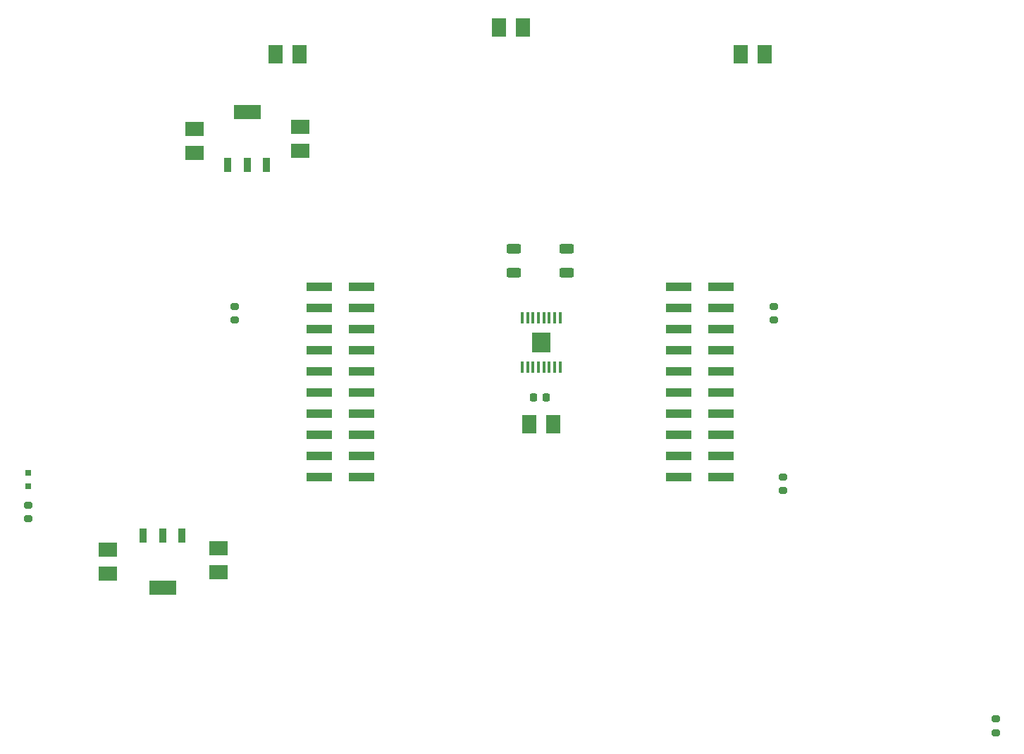
<source format=gtp>
G04 #@! TF.GenerationSoftware,KiCad,Pcbnew,8.0.4*
G04 #@! TF.CreationDate,2024-08-16T09:30:41-05:00*
G04 #@! TF.ProjectId,MotorBoardv3_2,4d6f746f-7242-46f6-9172-6476335f322e,V2.0.2b*
G04 #@! TF.SameCoordinates,Original*
G04 #@! TF.FileFunction,Paste,Top*
G04 #@! TF.FilePolarity,Positive*
%FSLAX46Y46*%
G04 Gerber Fmt 4.6, Leading zero omitted, Abs format (unit mm)*
G04 Created by KiCad (PCBNEW 8.0.4) date 2024-08-16 09:30:41*
%MOMM*%
%LPD*%
G01*
G04 APERTURE LIST*
G04 Aperture macros list*
%AMRoundRect*
0 Rectangle with rounded corners*
0 $1 Rounding radius*
0 $2 $3 $4 $5 $6 $7 $8 $9 X,Y pos of 4 corners*
0 Add a 4 corners polygon primitive as box body*
4,1,4,$2,$3,$4,$5,$6,$7,$8,$9,$2,$3,0*
0 Add four circle primitives for the rounded corners*
1,1,$1+$1,$2,$3*
1,1,$1+$1,$4,$5*
1,1,$1+$1,$6,$7*
1,1,$1+$1,$8,$9*
0 Add four rect primitives between the rounded corners*
20,1,$1+$1,$2,$3,$4,$5,0*
20,1,$1+$1,$4,$5,$6,$7,0*
20,1,$1+$1,$6,$7,$8,$9,0*
20,1,$1+$1,$8,$9,$2,$3,0*%
G04 Aperture macros list end*
%ADD10R,0.800000X0.800000*%
%ADD11R,2.300000X1.800000*%
%ADD12R,1.800000X2.300000*%
%ADD13RoundRect,0.200000X-0.275000X0.200000X-0.275000X-0.200000X0.275000X-0.200000X0.275000X0.200000X0*%
%ADD14RoundRect,0.225000X-0.225000X-0.250000X0.225000X-0.250000X0.225000X0.250000X-0.225000X0.250000X0*%
%ADD15R,3.150000X1.000000*%
%ADD16R,0.450000X1.475000*%
%ADD17R,2.310000X2.460000*%
%ADD18RoundRect,0.200000X0.275000X-0.200000X0.275000X0.200000X-0.275000X0.200000X-0.275000X-0.200000X0*%
%ADD19RoundRect,0.250000X0.625000X-0.312500X0.625000X0.312500X-0.625000X0.312500X-0.625000X-0.312500X0*%
%ADD20R,0.950000X1.750000*%
%ADD21R,3.200000X1.750000*%
G04 APERTURE END LIST*
D10*
X50165000Y-120142000D03*
X50165000Y-121792000D03*
D11*
X73025000Y-129180000D03*
X73025000Y-132080000D03*
D12*
X135710000Y-69850000D03*
X138610000Y-69850000D03*
X79830000Y-69850000D03*
X82730000Y-69850000D03*
D13*
X139700000Y-100140000D03*
X139700000Y-101790000D03*
D11*
X70104000Y-81714000D03*
X70104000Y-78814000D03*
D14*
X110845000Y-111125000D03*
X112395000Y-111125000D03*
D15*
X90170000Y-120650000D03*
X85120000Y-120650000D03*
X90170000Y-118110000D03*
X85120000Y-118110000D03*
X90170000Y-115570000D03*
X85120000Y-115570000D03*
X90170000Y-113030000D03*
X85120000Y-113030000D03*
X90170000Y-110490000D03*
X85120000Y-110490000D03*
X90170000Y-107950000D03*
X85120000Y-107950000D03*
X90170000Y-105410000D03*
X85120000Y-105410000D03*
X90170000Y-102870000D03*
X85120000Y-102870000D03*
X90170000Y-100330000D03*
X85120000Y-100330000D03*
X90170000Y-97790000D03*
X85120000Y-97790000D03*
D16*
X114035000Y-101557000D03*
X113385000Y-101557000D03*
X112735000Y-101557000D03*
X112085000Y-101557000D03*
X111435000Y-101557000D03*
X110785000Y-101557000D03*
X110135000Y-101557000D03*
X109485000Y-101557000D03*
X109485000Y-107433000D03*
X110135000Y-107433000D03*
X110785000Y-107433000D03*
X111435000Y-107433000D03*
X112085000Y-107433000D03*
X112735000Y-107433000D03*
X113385000Y-107433000D03*
X114035000Y-107433000D03*
D17*
X111760000Y-104495000D03*
D11*
X59690000Y-129360000D03*
X59690000Y-132260000D03*
D15*
X133350000Y-120650000D03*
X128300000Y-120650000D03*
X133350000Y-118110000D03*
X128300000Y-118110000D03*
X133350000Y-115570000D03*
X128300000Y-115570000D03*
X133350000Y-113030000D03*
X128300000Y-113030000D03*
X133350000Y-110490000D03*
X128300000Y-110490000D03*
X133350000Y-107950000D03*
X128300000Y-107950000D03*
X133350000Y-105410000D03*
X128300000Y-105410000D03*
X133350000Y-102870000D03*
X128300000Y-102870000D03*
X133350000Y-100330000D03*
X128300000Y-100330000D03*
X133350000Y-97790000D03*
X128300000Y-97790000D03*
D13*
X50165000Y-124016000D03*
X50165000Y-125666000D03*
D12*
X110310000Y-114300000D03*
X113210000Y-114300000D03*
D13*
X166370000Y-149733000D03*
X166370000Y-151383000D03*
D18*
X140843000Y-122300000D03*
X140843000Y-120650000D03*
D19*
X114808000Y-96143000D03*
X114808000Y-93218000D03*
D20*
X74140000Y-83135000D03*
X76440000Y-83135000D03*
X78740000Y-83135000D03*
D21*
X76440000Y-76835000D03*
D13*
X74930000Y-100140000D03*
X74930000Y-101790000D03*
D19*
X108458000Y-96143000D03*
X108458000Y-93218000D03*
D12*
X106680000Y-66675000D03*
X109580000Y-66675000D03*
D11*
X82804000Y-81460000D03*
X82804000Y-78560000D03*
D20*
X68580000Y-127660000D03*
X66280000Y-127660000D03*
X63980000Y-127660000D03*
D21*
X66280000Y-133960000D03*
M02*

</source>
